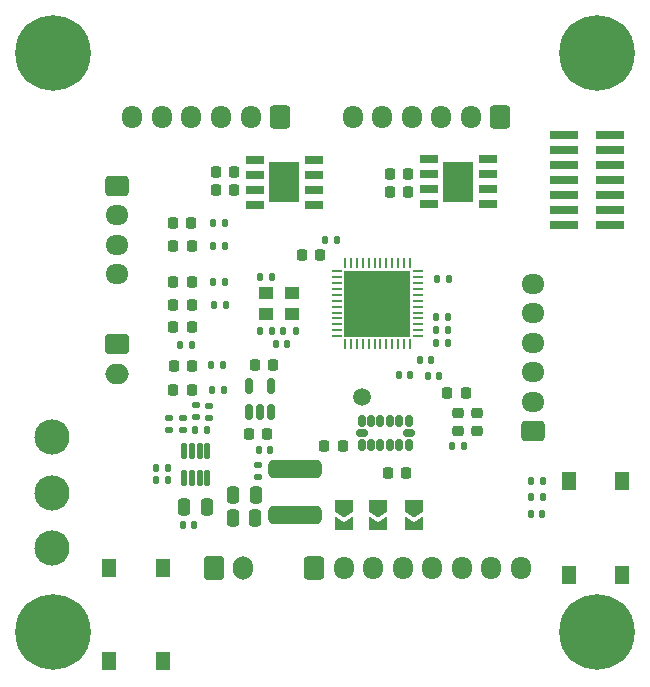
<source format=gbr>
%TF.GenerationSoftware,KiCad,Pcbnew,8.0.5-8.0.5-0~ubuntu24.04.1*%
%TF.CreationDate,2024-10-23T11:08:18+02:00*%
%TF.ProjectId,TagBot,54616742-6f74-42e6-9b69-6361645f7063,rev?*%
%TF.SameCoordinates,Original*%
%TF.FileFunction,Soldermask,Top*%
%TF.FilePolarity,Negative*%
%FSLAX46Y46*%
G04 Gerber Fmt 4.6, Leading zero omitted, Abs format (unit mm)*
G04 Created by KiCad (PCBNEW 8.0.5-8.0.5-0~ubuntu24.04.1) date 2024-10-23 11:08:18*
%MOMM*%
%LPD*%
G01*
G04 APERTURE LIST*
G04 Aperture macros list*
%AMRoundRect*
0 Rectangle with rounded corners*
0 $1 Rounding radius*
0 $2 $3 $4 $5 $6 $7 $8 $9 X,Y pos of 4 corners*
0 Add a 4 corners polygon primitive as box body*
4,1,4,$2,$3,$4,$5,$6,$7,$8,$9,$2,$3,0*
0 Add four circle primitives for the rounded corners*
1,1,$1+$1,$2,$3*
1,1,$1+$1,$4,$5*
1,1,$1+$1,$6,$7*
1,1,$1+$1,$8,$9*
0 Add four rect primitives between the rounded corners*
20,1,$1+$1,$2,$3,$4,$5,0*
20,1,$1+$1,$4,$5,$6,$7,0*
20,1,$1+$1,$6,$7,$8,$9,0*
20,1,$1+$1,$8,$9,$2,$3,0*%
%AMFreePoly0*
4,1,6,1.000000,0.000000,0.500000,-0.750000,-0.500000,-0.750000,-0.500000,0.750000,0.500000,0.750000,1.000000,0.000000,1.000000,0.000000,$1*%
%AMFreePoly1*
4,1,6,0.500000,-0.750000,-0.650000,-0.750000,-0.150000,0.000000,-0.650000,0.750000,0.500000,0.750000,0.500000,-0.750000,0.500000,-0.750000,$1*%
G04 Aperture macros list end*
%ADD10RoundRect,0.250000X-0.600000X-0.750000X0.600000X-0.750000X0.600000X0.750000X-0.600000X0.750000X0*%
%ADD11O,1.700000X2.000000*%
%ADD12RoundRect,0.400000X-1.850000X0.400000X-1.850000X-0.400000X1.850000X-0.400000X1.850000X0.400000X0*%
%ADD13C,0.800000*%
%ADD14C,6.400000*%
%ADD15R,1.300000X1.000000*%
%ADD16RoundRect,0.225000X-0.225000X-0.250000X0.225000X-0.250000X0.225000X0.250000X-0.225000X0.250000X0*%
%ADD17FreePoly0,270.000000*%
%ADD18FreePoly1,270.000000*%
%ADD19RoundRect,0.218750X-0.218750X-0.256250X0.218750X-0.256250X0.218750X0.256250X-0.218750X0.256250X0*%
%ADD20RoundRect,0.135000X-0.135000X-0.185000X0.135000X-0.185000X0.135000X0.185000X-0.135000X0.185000X0*%
%ADD21RoundRect,0.218750X0.218750X0.256250X-0.218750X0.256250X-0.218750X-0.256250X0.218750X-0.256250X0*%
%ADD22RoundRect,0.140000X0.140000X0.170000X-0.140000X0.170000X-0.140000X-0.170000X0.140000X-0.170000X0*%
%ADD23RoundRect,0.140000X0.170000X-0.140000X0.170000X0.140000X-0.170000X0.140000X-0.170000X-0.140000X0*%
%ADD24RoundRect,0.062500X-0.375000X-0.062500X0.375000X-0.062500X0.375000X0.062500X-0.375000X0.062500X0*%
%ADD25RoundRect,0.062500X-0.062500X-0.375000X0.062500X-0.375000X0.062500X0.375000X-0.062500X0.375000X0*%
%ADD26R,5.600000X5.600000*%
%ADD27RoundRect,0.135000X0.135000X0.185000X-0.135000X0.185000X-0.135000X-0.185000X0.135000X-0.185000X0*%
%ADD28RoundRect,0.250000X0.600000X0.725000X-0.600000X0.725000X-0.600000X-0.725000X0.600000X-0.725000X0*%
%ADD29O,1.700000X1.950000*%
%ADD30RoundRect,0.150000X0.150000X-0.325000X0.150000X0.325000X-0.150000X0.325000X-0.150000X-0.325000X0*%
%ADD31RoundRect,0.150000X0.325000X-0.150000X0.325000X0.150000X-0.325000X0.150000X-0.325000X-0.150000X0*%
%ADD32R,1.505000X0.802000*%
%ADD33R,2.613000X3.502000*%
%ADD34RoundRect,0.140000X-0.140000X-0.170000X0.140000X-0.170000X0.140000X0.170000X-0.140000X0.170000X0*%
%ADD35RoundRect,0.250000X-0.250000X-0.475000X0.250000X-0.475000X0.250000X0.475000X-0.250000X0.475000X0*%
%ADD36RoundRect,0.125000X0.125000X-0.537500X0.125000X0.537500X-0.125000X0.537500X-0.125000X-0.537500X0*%
%ADD37C,1.500000*%
%ADD38C,2.979000*%
%ADD39R,1.300000X1.550000*%
%ADD40RoundRect,0.250000X-0.750000X0.600000X-0.750000X-0.600000X0.750000X-0.600000X0.750000X0.600000X0*%
%ADD41O,2.000000X1.700000*%
%ADD42RoundRect,0.135000X0.185000X-0.135000X0.185000X0.135000X-0.185000X0.135000X-0.185000X-0.135000X0*%
%ADD43RoundRect,0.225000X0.225000X0.250000X-0.225000X0.250000X-0.225000X-0.250000X0.225000X-0.250000X0*%
%ADD44RoundRect,0.135000X-0.185000X0.135000X-0.185000X-0.135000X0.185000X-0.135000X0.185000X0.135000X0*%
%ADD45RoundRect,0.150000X0.150000X-0.512500X0.150000X0.512500X-0.150000X0.512500X-0.150000X-0.512500X0*%
%ADD46RoundRect,0.250000X0.250000X0.475000X-0.250000X0.475000X-0.250000X-0.475000X0.250000X-0.475000X0*%
%ADD47RoundRect,0.250000X0.725000X-0.600000X0.725000X0.600000X-0.725000X0.600000X-0.725000X-0.600000X0*%
%ADD48O,1.950000X1.700000*%
%ADD49RoundRect,0.250000X-0.725000X0.600000X-0.725000X-0.600000X0.725000X-0.600000X0.725000X0.600000X0*%
%ADD50R,2.400000X0.740000*%
%ADD51RoundRect,0.225000X0.250000X-0.225000X0.250000X0.225000X-0.250000X0.225000X-0.250000X-0.225000X0*%
%ADD52RoundRect,0.250000X-0.600000X-0.725000X0.600000X-0.725000X0.600000X0.725000X-0.600000X0.725000X0*%
G04 APERTURE END LIST*
D10*
%TO.C,Charg*%
X53600000Y-83600000D03*
D11*
X56100000Y-83600000D03*
%TD*%
D12*
%TO.C,L401*%
X60450000Y-75150000D03*
X60450000Y-79050000D03*
%TD*%
D13*
%TO.C,H103*%
X37600000Y-89000000D03*
X38302944Y-87302944D03*
X38302944Y-90697056D03*
X40000000Y-86600000D03*
D14*
X40000000Y-89000000D03*
D13*
X40000000Y-91400000D03*
X41697056Y-87302944D03*
X41697056Y-90697056D03*
X42400000Y-89000000D03*
%TD*%
D15*
%TO.C,Y101*%
X58040000Y-62090000D03*
X60240000Y-62090000D03*
X60240000Y-60290000D03*
X58040000Y-60290000D03*
%TD*%
D16*
%TO.C,C202*%
X53775000Y-50050000D03*
X55325000Y-50050000D03*
%TD*%
D17*
%TO.C,JP902*%
X67500000Y-78350000D03*
D18*
X67500000Y-79800000D03*
%TD*%
D19*
%TO.C,D604*%
X50132500Y-56260000D03*
X51707500Y-56260000D03*
%TD*%
D20*
%TO.C,R102*%
X50712500Y-64660000D03*
X51732500Y-64660000D03*
%TD*%
%TO.C,R401*%
X48690000Y-76150000D03*
X49710000Y-76150000D03*
%TD*%
D21*
%TO.C,L101*%
X74937500Y-68750000D03*
X73362500Y-68750000D03*
%TD*%
D19*
%TO.C,D401*%
X50175000Y-68470000D03*
X51750000Y-68470000D03*
%TD*%
D22*
%TO.C,C103*%
X72680000Y-67300000D03*
X71720000Y-67300000D03*
%TD*%
D23*
%TO.C,C407*%
X52050000Y-70760000D03*
X52050000Y-69800000D03*
%TD*%
D19*
%TO.C,D101*%
X50155000Y-63170000D03*
X51730000Y-63170000D03*
%TD*%
D24*
%TO.C,U101*%
X64012500Y-58430000D03*
X64012500Y-58930000D03*
X64012500Y-59430000D03*
X64012500Y-59930000D03*
X64012500Y-60430000D03*
X64012500Y-60930000D03*
X64012500Y-61430000D03*
X64012500Y-61930000D03*
X64012500Y-62430000D03*
X64012500Y-62930000D03*
X64012500Y-63430000D03*
X64012500Y-63930000D03*
D25*
X64700000Y-64617500D03*
X65200000Y-64617500D03*
X65700000Y-64617500D03*
X66200000Y-64617500D03*
X66700000Y-64617500D03*
X67200000Y-64617500D03*
X67700000Y-64617500D03*
X68200000Y-64617500D03*
X68700000Y-64617500D03*
X69200000Y-64617500D03*
X69700000Y-64617500D03*
X70200000Y-64617500D03*
D24*
X70887500Y-63930000D03*
X70887500Y-63430000D03*
X70887500Y-62930000D03*
X70887500Y-62430000D03*
X70887500Y-61930000D03*
X70887500Y-61430000D03*
X70887500Y-60930000D03*
X70887500Y-60430000D03*
X70887500Y-59930000D03*
X70887500Y-59430000D03*
X70887500Y-58930000D03*
X70887500Y-58430000D03*
D25*
X70200000Y-57742500D03*
X69700000Y-57742500D03*
X69200000Y-57742500D03*
X68700000Y-57742500D03*
X68200000Y-57742500D03*
X67700000Y-57742500D03*
X67200000Y-57742500D03*
X66700000Y-57742500D03*
X66200000Y-57742500D03*
X65700000Y-57742500D03*
X65200000Y-57742500D03*
X64700000Y-57742500D03*
D26*
X67450000Y-61180000D03*
%TD*%
D22*
%TO.C,C101*%
X70230000Y-67250000D03*
X69270000Y-67250000D03*
%TD*%
D27*
%TO.C,R701*%
X81460000Y-77520000D03*
X80440000Y-77520000D03*
%TD*%
D20*
%TO.C,R803*%
X72390000Y-64500000D03*
X73410000Y-64500000D03*
%TD*%
D28*
%TO.C,J1001*%
X77850000Y-45400000D03*
D29*
X75350000Y-45400000D03*
X72850000Y-45400000D03*
X70350000Y-45400000D03*
X67850000Y-45400000D03*
X65350000Y-45400000D03*
%TD*%
D20*
%TO.C,R402*%
X48690000Y-75125000D03*
X49710000Y-75125000D03*
%TD*%
D19*
%TO.C,D602*%
X50162500Y-59330000D03*
X51737500Y-59330000D03*
%TD*%
D30*
%TO.C,U102*%
X66100000Y-73150000D03*
X66900000Y-73150000D03*
X67700000Y-73150000D03*
X68500000Y-73150000D03*
X69300000Y-73150000D03*
X70100000Y-73150000D03*
D31*
X70100000Y-72150000D03*
D30*
X70100000Y-71150000D03*
X69300000Y-71150000D03*
X68500000Y-71150000D03*
X67700000Y-71150000D03*
X66900000Y-71150000D03*
X66100000Y-71150000D03*
D31*
X66100000Y-72150000D03*
%TD*%
D32*
%TO.C,U201*%
X57052500Y-49002500D03*
X57052500Y-50272500D03*
X57052500Y-51542500D03*
X57052500Y-52812500D03*
X62047500Y-52812500D03*
X62047500Y-51542500D03*
X62047500Y-50272500D03*
X62047500Y-49002500D03*
D33*
X59550000Y-50907500D03*
%TD*%
D34*
%TO.C,C108*%
X71020000Y-65925000D03*
X71980000Y-65925000D03*
%TD*%
D22*
%TO.C,C110*%
X63980000Y-55800000D03*
X63020000Y-55800000D03*
%TD*%
D20*
%TO.C,R601*%
X53590000Y-61300000D03*
X54610000Y-61300000D03*
%TD*%
%TO.C,R604*%
X53510000Y-56260000D03*
X54530000Y-56260000D03*
%TD*%
D35*
%TO.C,C402*%
X51100000Y-78375000D03*
X53000000Y-78375000D03*
%TD*%
D13*
%TO.C,H101*%
X37600000Y-40000000D03*
X38302944Y-38302944D03*
X38302944Y-41697056D03*
X40000000Y-37600000D03*
D14*
X40000000Y-40000000D03*
D13*
X40000000Y-42400000D03*
X41697056Y-38302944D03*
X41697056Y-41697056D03*
X42400000Y-40000000D03*
%TD*%
D36*
%TO.C,U401*%
X51100000Y-75937500D03*
X51750000Y-75937500D03*
X52400000Y-75937500D03*
X53050000Y-75937500D03*
X53050000Y-73662500D03*
X52400000Y-73662500D03*
X51750000Y-73662500D03*
X51100000Y-73662500D03*
%TD*%
D37*
%TO.C,MOSI101*%
X66100000Y-69100000D03*
%TD*%
D16*
%TO.C,C302*%
X68525000Y-50200000D03*
X70075000Y-50200000D03*
%TD*%
D20*
%TO.C,R101*%
X59490000Y-63510000D03*
X60510000Y-63510000D03*
%TD*%
D38*
%TO.C,charg*%
X39900000Y-81900000D03*
X39900000Y-77200000D03*
X39900000Y-72500000D03*
%TD*%
D39*
%TO.C,CAT_MOUSE*%
X83650000Y-84175000D03*
X83650000Y-76225000D03*
X88150000Y-84175000D03*
X88150000Y-76225000D03*
%TD*%
D40*
%TO.C,Batt*%
X45400000Y-64600000D03*
D41*
X45400000Y-67100000D03*
%TD*%
D20*
%TO.C,R801*%
X72390000Y-62300000D03*
X73410000Y-62300000D03*
%TD*%
D22*
%TO.C,C111*%
X58480000Y-58900000D03*
X57520000Y-58900000D03*
%TD*%
D42*
%TO.C,R404*%
X50962500Y-71860000D03*
X50962500Y-70840000D03*
%TD*%
D19*
%TO.C,D501*%
X50195000Y-66420000D03*
X51770000Y-66420000D03*
%TD*%
D20*
%TO.C,R602*%
X53540000Y-59330000D03*
X54560000Y-59330000D03*
%TD*%
D43*
%TO.C,C107*%
X62575000Y-57100000D03*
X61025000Y-57100000D03*
%TD*%
D16*
%TO.C,C106*%
X68325000Y-75500000D03*
X69875000Y-75500000D03*
%TD*%
D34*
%TO.C,C403*%
X50975000Y-79950000D03*
X51935000Y-79950000D03*
%TD*%
D44*
%TO.C,R406*%
X49837500Y-70840000D03*
X49837500Y-71860000D03*
%TD*%
D22*
%TO.C,C702*%
X59810000Y-64625000D03*
X58850000Y-64625000D03*
%TD*%
D45*
%TO.C,U501*%
X56550000Y-70387500D03*
X57500000Y-70387500D03*
X58450000Y-70387500D03*
X58450000Y-68112500D03*
X56550000Y-68112500D03*
%TD*%
D16*
%TO.C,C301*%
X68525000Y-51700000D03*
X70075000Y-51700000D03*
%TD*%
D20*
%TO.C,R802*%
X72390000Y-63400000D03*
X73410000Y-63400000D03*
%TD*%
D42*
%TO.C,R405*%
X53213338Y-70834724D03*
X53213338Y-69814724D03*
%TD*%
D46*
%TO.C,C406*%
X57075000Y-79350000D03*
X55175000Y-79350000D03*
%TD*%
D28*
%TO.C,J1002*%
X59200000Y-45400000D03*
D29*
X56700000Y-45400000D03*
X54200000Y-45400000D03*
X51700000Y-45400000D03*
X49200000Y-45400000D03*
X46700000Y-45400000D03*
%TD*%
D39*
%TO.C,NRST*%
X49250000Y-83525000D03*
X49250000Y-91475000D03*
X44750000Y-83525000D03*
X44750000Y-91475000D03*
%TD*%
D16*
%TO.C,C502*%
X57075000Y-66400000D03*
X58625000Y-66400000D03*
%TD*%
%TO.C,C201*%
X53775000Y-51550000D03*
X55325000Y-51550000D03*
%TD*%
D27*
%TO.C,R501*%
X54410000Y-66400000D03*
X53390000Y-66400000D03*
%TD*%
D47*
%TO.C,LIDAR*%
X80600000Y-72000000D03*
D48*
X80600000Y-69500000D03*
X80600000Y-67000000D03*
X80600000Y-64500000D03*
X80600000Y-62000000D03*
X80600000Y-59500000D03*
%TD*%
D17*
%TO.C,JP903*%
X70500000Y-78350000D03*
D18*
X70500000Y-79800000D03*
%TD*%
D19*
%TO.C,D601*%
X50152500Y-61300000D03*
X51727500Y-61300000D03*
%TD*%
%TO.C,D603*%
X50112500Y-54350000D03*
X51687500Y-54350000D03*
%TD*%
D34*
%TO.C,C401*%
X52025000Y-71875000D03*
X52985000Y-71875000D03*
%TD*%
D49*
%TO.C,J1101*%
X45400000Y-51200000D03*
D48*
X45400000Y-53700000D03*
X45400000Y-56200000D03*
X45400000Y-58700000D03*
%TD*%
D46*
%TO.C,C405*%
X57125000Y-77350000D03*
X55225000Y-77350000D03*
%TD*%
D34*
%TO.C,C701*%
X80440000Y-79000000D03*
X81400000Y-79000000D03*
%TD*%
D22*
%TO.C,C112*%
X58480000Y-63500000D03*
X57520000Y-63500000D03*
%TD*%
D50*
%TO.C,ST_LINK*%
X87150000Y-54550000D03*
X83250000Y-54550000D03*
X87150000Y-53280000D03*
X83250000Y-53280000D03*
X87150000Y-52010000D03*
X83250000Y-52010000D03*
X87150000Y-50740000D03*
X83250000Y-50740000D03*
X87150000Y-49470000D03*
X83250000Y-49470000D03*
X87150000Y-48200000D03*
X83250000Y-48200000D03*
X87150000Y-46930000D03*
X83250000Y-46930000D03*
%TD*%
D13*
%TO.C,H104*%
X83600000Y-89000000D03*
X84302944Y-87302944D03*
X84302944Y-90697056D03*
X86000000Y-86600000D03*
D14*
X86000000Y-89000000D03*
D13*
X86000000Y-91400000D03*
X87697056Y-87302944D03*
X87697056Y-90697056D03*
X88400000Y-89000000D03*
%TD*%
D17*
%TO.C,JP901*%
X64590000Y-78350000D03*
D18*
X64590000Y-79800000D03*
%TD*%
D20*
%TO.C,R702*%
X80440000Y-76220000D03*
X81460000Y-76220000D03*
%TD*%
D34*
%TO.C,C109*%
X72520000Y-59100000D03*
X73480000Y-59100000D03*
%TD*%
D20*
%TO.C,R603*%
X53490000Y-54350000D03*
X54510000Y-54350000D03*
%TD*%
D32*
%TO.C,U301*%
X71800000Y-48940000D03*
X71800000Y-50210000D03*
X71800000Y-51480000D03*
X71800000Y-52750000D03*
X76795000Y-52750000D03*
X76795000Y-51480000D03*
X76795000Y-50210000D03*
X76795000Y-48940000D03*
D33*
X74297500Y-50845000D03*
%TD*%
D34*
%TO.C,C404*%
X57420000Y-73550000D03*
X58380000Y-73550000D03*
%TD*%
D42*
%TO.C,R403*%
X57350000Y-75835000D03*
X57350000Y-74815000D03*
%TD*%
D51*
%TO.C,C105*%
X75850000Y-71975000D03*
X75850000Y-70425000D03*
%TD*%
D13*
%TO.C,H102*%
X83600000Y-40000000D03*
X84302944Y-38302944D03*
X84302944Y-41697056D03*
X86000000Y-37600000D03*
D14*
X86000000Y-40000000D03*
D13*
X86000000Y-42400000D03*
X87697056Y-38302944D03*
X87697056Y-41697056D03*
X88400000Y-40000000D03*
%TD*%
D51*
%TO.C,C102*%
X74300000Y-71975000D03*
X74300000Y-70425000D03*
%TD*%
D27*
%TO.C,R407*%
X54492500Y-68470000D03*
X53472500Y-68470000D03*
%TD*%
D16*
%TO.C,C104*%
X62950000Y-73250000D03*
X64500000Y-73250000D03*
%TD*%
D52*
%TO.C,J901*%
X62100000Y-83600000D03*
D29*
X64600000Y-83600000D03*
X67100000Y-83600000D03*
X69600000Y-83600000D03*
X72100000Y-83600000D03*
X74600000Y-83600000D03*
X77100000Y-83600000D03*
X79600000Y-83600000D03*
%TD*%
D20*
%TO.C,R804*%
X73740000Y-73250000D03*
X74760000Y-73250000D03*
%TD*%
D16*
%TO.C,C501*%
X56550000Y-72175000D03*
X58100000Y-72175000D03*
%TD*%
M02*

</source>
